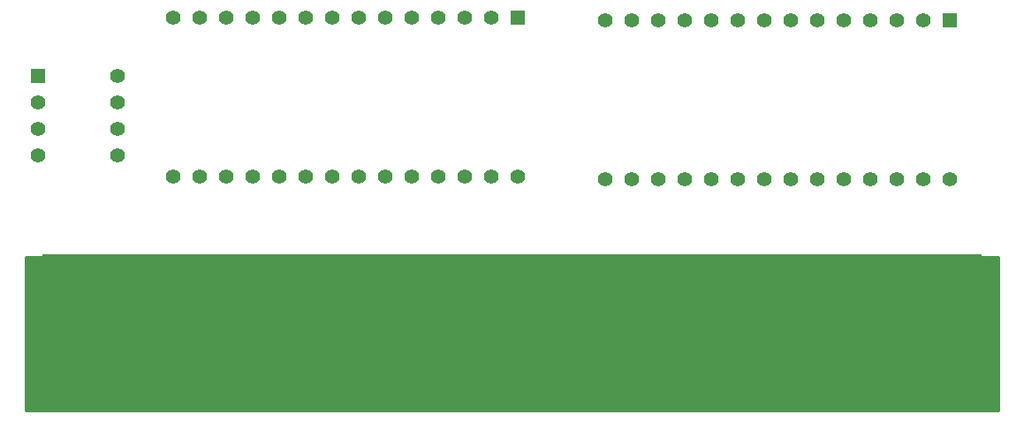
<source format=gbr>
G04 #@! TF.GenerationSoftware,KiCad,Pcbnew,(2016-12-22 revision d365dc590)-master*
G04 #@! TF.CreationDate,2016-12-28T11:12:27+01:00*
G04 #@! TF.ProjectId,mojo-nes,6D6F6A6F2D6E65732E6B696361645F70,rev?*
G04 #@! TF.FileFunction,Soldermask,Bot*
G04 #@! TF.FilePolarity,Negative*
%FSLAX46Y46*%
G04 Gerber Fmt 4.6, Leading zero omitted, Abs format (unit mm)*
G04 Created by KiCad (PCBNEW (2016-12-22 revision d365dc590)-master) date Wed Dec 28 11:12:27 2016*
%MOMM*%
%LPD*%
G01*
G04 APERTURE LIST*
%ADD10C,0.100000*%
%ADD11R,1.397000X1.397000*%
%ADD12C,1.397000*%
%ADD13R,2.600000X14.600000*%
%ADD14C,0.254000*%
G04 APERTURE END LIST*
D10*
D11*
X184150000Y-94742000D03*
D12*
X181610000Y-94742000D03*
X179070000Y-94742000D03*
X176530000Y-94742000D03*
X173990000Y-94742000D03*
X171450000Y-94742000D03*
X168910000Y-94742000D03*
X166370000Y-94742000D03*
X163830000Y-94742000D03*
X161290000Y-94742000D03*
X158750000Y-94742000D03*
X156210000Y-94742000D03*
X153670000Y-94742000D03*
X151130000Y-94742000D03*
X151130000Y-109982000D03*
X153670000Y-109982000D03*
X156210000Y-109982000D03*
X158750000Y-109982000D03*
X161290000Y-109982000D03*
X163830000Y-109982000D03*
X166370000Y-109982000D03*
X168910000Y-109982000D03*
X171450000Y-109982000D03*
X173990000Y-109982000D03*
X176530000Y-109982000D03*
X179070000Y-109982000D03*
X181610000Y-109982000D03*
X184150000Y-109982000D03*
D11*
X142748000Y-94488000D03*
D12*
X140208000Y-94488000D03*
X137668000Y-94488000D03*
X135128000Y-94488000D03*
X132588000Y-94488000D03*
X130048000Y-94488000D03*
X127508000Y-94488000D03*
X124968000Y-94488000D03*
X122428000Y-94488000D03*
X119888000Y-94488000D03*
X117348000Y-94488000D03*
X114808000Y-94488000D03*
X112268000Y-94488000D03*
X109728000Y-94488000D03*
X109728000Y-109728000D03*
X112268000Y-109728000D03*
X114808000Y-109728000D03*
X117348000Y-109728000D03*
X119888000Y-109728000D03*
X122428000Y-109728000D03*
X124968000Y-109728000D03*
X127508000Y-109728000D03*
X130048000Y-109728000D03*
X132588000Y-109728000D03*
X135128000Y-109728000D03*
X137668000Y-109728000D03*
X140208000Y-109728000D03*
X142748000Y-109728000D03*
D11*
X96774000Y-100076000D03*
D12*
X96774000Y-102616000D03*
X96774000Y-105156000D03*
X96774000Y-107696000D03*
X104394000Y-107696000D03*
X104394000Y-105156000D03*
X104394000Y-102616000D03*
X104394000Y-100076000D03*
D13*
X185990000Y-124460000D03*
X183490000Y-124460000D03*
X180990000Y-124460000D03*
X178490000Y-124460000D03*
X175990000Y-124460000D03*
X173490000Y-124460000D03*
X170990000Y-124460000D03*
X168490000Y-124460000D03*
X165990000Y-124460000D03*
X163490000Y-124460000D03*
X160990000Y-124460000D03*
X158490000Y-124460000D03*
X155990000Y-124460000D03*
X153490000Y-124460000D03*
X150990000Y-124460000D03*
X148490000Y-124460000D03*
X145990000Y-124460000D03*
X143490000Y-124460000D03*
X140990000Y-124460000D03*
X138490000Y-124460000D03*
X135990000Y-124460000D03*
X133490000Y-124460000D03*
X130990000Y-124460000D03*
X128490000Y-124460000D03*
X125990000Y-124460000D03*
X123490000Y-124460000D03*
X120990000Y-124460000D03*
X118490000Y-124460000D03*
X115990000Y-124460000D03*
X113490000Y-124460000D03*
X110990000Y-124460000D03*
X108490000Y-124460000D03*
X105990000Y-124460000D03*
X103490000Y-124460000D03*
X100990000Y-124460000D03*
X98490000Y-124460000D03*
D14*
G36*
X188849000Y-132207000D02*
X95631000Y-132207000D01*
X95631000Y-117475000D01*
X188849000Y-117475000D01*
X188849000Y-132207000D01*
X188849000Y-132207000D01*
G37*
X188849000Y-132207000D02*
X95631000Y-132207000D01*
X95631000Y-117475000D01*
X188849000Y-117475000D01*
X188849000Y-132207000D01*
M02*

</source>
